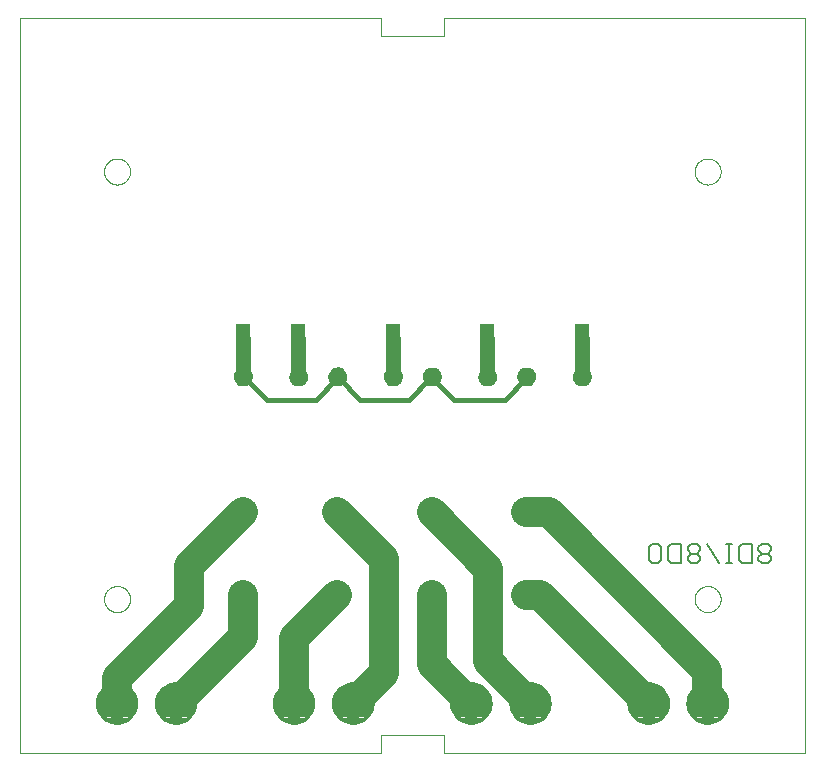
<source format=gbl>
G75*
%MOIN*%
%OFA0B0*%
%FSLAX25Y25*%
%IPPOS*%
%LPD*%
%AMOC8*
5,1,8,0,0,1.08239X$1,22.5*
%
%ADD10C,0.00000*%
%ADD11C,0.00700*%
%ADD12C,0.04800*%
%ADD13C,0.05250*%
%ADD14C,0.05315*%
%ADD15R,0.05000X0.10000*%
%ADD16C,0.07677*%
%ADD17C,0.01000*%
%ADD18C,0.01600*%
%ADD19C,0.05000*%
%ADD20C,0.10000*%
%ADD21C,0.01378*%
D10*
X0001000Y0010394D02*
X0001000Y0255276D01*
X0121472Y0255276D01*
X0121472Y0249370D01*
X0142339Y0249370D01*
X0142339Y0255276D01*
X0262811Y0255276D01*
X0262811Y0010394D01*
X0142339Y0010394D01*
X0142339Y0016299D01*
X0121472Y0016299D01*
X0121472Y0010394D01*
X0001000Y0010394D01*
X0029149Y0061575D02*
X0029151Y0061706D01*
X0029157Y0061838D01*
X0029167Y0061969D01*
X0029181Y0062100D01*
X0029199Y0062230D01*
X0029221Y0062359D01*
X0029246Y0062488D01*
X0029276Y0062616D01*
X0029310Y0062743D01*
X0029347Y0062870D01*
X0029388Y0062994D01*
X0029433Y0063118D01*
X0029482Y0063240D01*
X0029534Y0063361D01*
X0029590Y0063479D01*
X0029650Y0063597D01*
X0029713Y0063712D01*
X0029780Y0063825D01*
X0029850Y0063937D01*
X0029923Y0064046D01*
X0029999Y0064152D01*
X0030079Y0064257D01*
X0030162Y0064359D01*
X0030248Y0064458D01*
X0030337Y0064555D01*
X0030429Y0064649D01*
X0030524Y0064740D01*
X0030621Y0064829D01*
X0030721Y0064914D01*
X0030824Y0064996D01*
X0030929Y0065075D01*
X0031036Y0065151D01*
X0031146Y0065223D01*
X0031258Y0065292D01*
X0031372Y0065358D01*
X0031487Y0065420D01*
X0031605Y0065479D01*
X0031724Y0065534D01*
X0031845Y0065586D01*
X0031968Y0065633D01*
X0032092Y0065677D01*
X0032217Y0065718D01*
X0032343Y0065754D01*
X0032471Y0065787D01*
X0032599Y0065815D01*
X0032728Y0065840D01*
X0032858Y0065861D01*
X0032988Y0065878D01*
X0033119Y0065891D01*
X0033250Y0065900D01*
X0033381Y0065905D01*
X0033513Y0065906D01*
X0033644Y0065903D01*
X0033776Y0065896D01*
X0033907Y0065885D01*
X0034037Y0065870D01*
X0034167Y0065851D01*
X0034297Y0065828D01*
X0034425Y0065802D01*
X0034553Y0065771D01*
X0034680Y0065736D01*
X0034806Y0065698D01*
X0034930Y0065656D01*
X0035054Y0065610D01*
X0035175Y0065560D01*
X0035295Y0065507D01*
X0035414Y0065450D01*
X0035531Y0065390D01*
X0035645Y0065326D01*
X0035758Y0065258D01*
X0035869Y0065187D01*
X0035978Y0065113D01*
X0036084Y0065036D01*
X0036188Y0064955D01*
X0036289Y0064872D01*
X0036388Y0064785D01*
X0036484Y0064695D01*
X0036577Y0064602D01*
X0036668Y0064507D01*
X0036755Y0064409D01*
X0036840Y0064308D01*
X0036921Y0064205D01*
X0036999Y0064099D01*
X0037074Y0063991D01*
X0037146Y0063881D01*
X0037214Y0063769D01*
X0037279Y0063655D01*
X0037340Y0063538D01*
X0037398Y0063420D01*
X0037452Y0063300D01*
X0037503Y0063179D01*
X0037550Y0063056D01*
X0037593Y0062932D01*
X0037632Y0062807D01*
X0037668Y0062680D01*
X0037699Y0062552D01*
X0037727Y0062424D01*
X0037751Y0062295D01*
X0037771Y0062165D01*
X0037787Y0062034D01*
X0037799Y0061903D01*
X0037807Y0061772D01*
X0037811Y0061641D01*
X0037811Y0061509D01*
X0037807Y0061378D01*
X0037799Y0061247D01*
X0037787Y0061116D01*
X0037771Y0060985D01*
X0037751Y0060855D01*
X0037727Y0060726D01*
X0037699Y0060598D01*
X0037668Y0060470D01*
X0037632Y0060343D01*
X0037593Y0060218D01*
X0037550Y0060094D01*
X0037503Y0059971D01*
X0037452Y0059850D01*
X0037398Y0059730D01*
X0037340Y0059612D01*
X0037279Y0059495D01*
X0037214Y0059381D01*
X0037146Y0059269D01*
X0037074Y0059159D01*
X0036999Y0059051D01*
X0036921Y0058945D01*
X0036840Y0058842D01*
X0036755Y0058741D01*
X0036668Y0058643D01*
X0036577Y0058548D01*
X0036484Y0058455D01*
X0036388Y0058365D01*
X0036289Y0058278D01*
X0036188Y0058195D01*
X0036084Y0058114D01*
X0035978Y0058037D01*
X0035869Y0057963D01*
X0035758Y0057892D01*
X0035646Y0057824D01*
X0035531Y0057760D01*
X0035414Y0057700D01*
X0035295Y0057643D01*
X0035175Y0057590D01*
X0035054Y0057540D01*
X0034930Y0057494D01*
X0034806Y0057452D01*
X0034680Y0057414D01*
X0034553Y0057379D01*
X0034425Y0057348D01*
X0034297Y0057322D01*
X0034167Y0057299D01*
X0034037Y0057280D01*
X0033907Y0057265D01*
X0033776Y0057254D01*
X0033644Y0057247D01*
X0033513Y0057244D01*
X0033381Y0057245D01*
X0033250Y0057250D01*
X0033119Y0057259D01*
X0032988Y0057272D01*
X0032858Y0057289D01*
X0032728Y0057310D01*
X0032599Y0057335D01*
X0032471Y0057363D01*
X0032343Y0057396D01*
X0032217Y0057432D01*
X0032092Y0057473D01*
X0031968Y0057517D01*
X0031845Y0057564D01*
X0031724Y0057616D01*
X0031605Y0057671D01*
X0031487Y0057730D01*
X0031372Y0057792D01*
X0031258Y0057858D01*
X0031146Y0057927D01*
X0031036Y0057999D01*
X0030929Y0058075D01*
X0030824Y0058154D01*
X0030721Y0058236D01*
X0030621Y0058321D01*
X0030524Y0058410D01*
X0030429Y0058501D01*
X0030337Y0058595D01*
X0030248Y0058692D01*
X0030162Y0058791D01*
X0030079Y0058893D01*
X0029999Y0058998D01*
X0029923Y0059104D01*
X0029850Y0059213D01*
X0029780Y0059325D01*
X0029713Y0059438D01*
X0029650Y0059553D01*
X0029590Y0059671D01*
X0029534Y0059789D01*
X0029482Y0059910D01*
X0029433Y0060032D01*
X0029388Y0060156D01*
X0029347Y0060280D01*
X0029310Y0060407D01*
X0029276Y0060534D01*
X0029246Y0060662D01*
X0029221Y0060791D01*
X0029199Y0060920D01*
X0029181Y0061050D01*
X0029167Y0061181D01*
X0029157Y0061312D01*
X0029151Y0061444D01*
X0029149Y0061575D01*
X0029149Y0204094D02*
X0029151Y0204225D01*
X0029157Y0204357D01*
X0029167Y0204488D01*
X0029181Y0204619D01*
X0029199Y0204749D01*
X0029221Y0204878D01*
X0029246Y0205007D01*
X0029276Y0205135D01*
X0029310Y0205262D01*
X0029347Y0205389D01*
X0029388Y0205513D01*
X0029433Y0205637D01*
X0029482Y0205759D01*
X0029534Y0205880D01*
X0029590Y0205998D01*
X0029650Y0206116D01*
X0029713Y0206231D01*
X0029780Y0206344D01*
X0029850Y0206456D01*
X0029923Y0206565D01*
X0029999Y0206671D01*
X0030079Y0206776D01*
X0030162Y0206878D01*
X0030248Y0206977D01*
X0030337Y0207074D01*
X0030429Y0207168D01*
X0030524Y0207259D01*
X0030621Y0207348D01*
X0030721Y0207433D01*
X0030824Y0207515D01*
X0030929Y0207594D01*
X0031036Y0207670D01*
X0031146Y0207742D01*
X0031258Y0207811D01*
X0031372Y0207877D01*
X0031487Y0207939D01*
X0031605Y0207998D01*
X0031724Y0208053D01*
X0031845Y0208105D01*
X0031968Y0208152D01*
X0032092Y0208196D01*
X0032217Y0208237D01*
X0032343Y0208273D01*
X0032471Y0208306D01*
X0032599Y0208334D01*
X0032728Y0208359D01*
X0032858Y0208380D01*
X0032988Y0208397D01*
X0033119Y0208410D01*
X0033250Y0208419D01*
X0033381Y0208424D01*
X0033513Y0208425D01*
X0033644Y0208422D01*
X0033776Y0208415D01*
X0033907Y0208404D01*
X0034037Y0208389D01*
X0034167Y0208370D01*
X0034297Y0208347D01*
X0034425Y0208321D01*
X0034553Y0208290D01*
X0034680Y0208255D01*
X0034806Y0208217D01*
X0034930Y0208175D01*
X0035054Y0208129D01*
X0035175Y0208079D01*
X0035295Y0208026D01*
X0035414Y0207969D01*
X0035531Y0207909D01*
X0035645Y0207845D01*
X0035758Y0207777D01*
X0035869Y0207706D01*
X0035978Y0207632D01*
X0036084Y0207555D01*
X0036188Y0207474D01*
X0036289Y0207391D01*
X0036388Y0207304D01*
X0036484Y0207214D01*
X0036577Y0207121D01*
X0036668Y0207026D01*
X0036755Y0206928D01*
X0036840Y0206827D01*
X0036921Y0206724D01*
X0036999Y0206618D01*
X0037074Y0206510D01*
X0037146Y0206400D01*
X0037214Y0206288D01*
X0037279Y0206174D01*
X0037340Y0206057D01*
X0037398Y0205939D01*
X0037452Y0205819D01*
X0037503Y0205698D01*
X0037550Y0205575D01*
X0037593Y0205451D01*
X0037632Y0205326D01*
X0037668Y0205199D01*
X0037699Y0205071D01*
X0037727Y0204943D01*
X0037751Y0204814D01*
X0037771Y0204684D01*
X0037787Y0204553D01*
X0037799Y0204422D01*
X0037807Y0204291D01*
X0037811Y0204160D01*
X0037811Y0204028D01*
X0037807Y0203897D01*
X0037799Y0203766D01*
X0037787Y0203635D01*
X0037771Y0203504D01*
X0037751Y0203374D01*
X0037727Y0203245D01*
X0037699Y0203117D01*
X0037668Y0202989D01*
X0037632Y0202862D01*
X0037593Y0202737D01*
X0037550Y0202613D01*
X0037503Y0202490D01*
X0037452Y0202369D01*
X0037398Y0202249D01*
X0037340Y0202131D01*
X0037279Y0202014D01*
X0037214Y0201900D01*
X0037146Y0201788D01*
X0037074Y0201678D01*
X0036999Y0201570D01*
X0036921Y0201464D01*
X0036840Y0201361D01*
X0036755Y0201260D01*
X0036668Y0201162D01*
X0036577Y0201067D01*
X0036484Y0200974D01*
X0036388Y0200884D01*
X0036289Y0200797D01*
X0036188Y0200714D01*
X0036084Y0200633D01*
X0035978Y0200556D01*
X0035869Y0200482D01*
X0035758Y0200411D01*
X0035646Y0200343D01*
X0035531Y0200279D01*
X0035414Y0200219D01*
X0035295Y0200162D01*
X0035175Y0200109D01*
X0035054Y0200059D01*
X0034930Y0200013D01*
X0034806Y0199971D01*
X0034680Y0199933D01*
X0034553Y0199898D01*
X0034425Y0199867D01*
X0034297Y0199841D01*
X0034167Y0199818D01*
X0034037Y0199799D01*
X0033907Y0199784D01*
X0033776Y0199773D01*
X0033644Y0199766D01*
X0033513Y0199763D01*
X0033381Y0199764D01*
X0033250Y0199769D01*
X0033119Y0199778D01*
X0032988Y0199791D01*
X0032858Y0199808D01*
X0032728Y0199829D01*
X0032599Y0199854D01*
X0032471Y0199882D01*
X0032343Y0199915D01*
X0032217Y0199951D01*
X0032092Y0199992D01*
X0031968Y0200036D01*
X0031845Y0200083D01*
X0031724Y0200135D01*
X0031605Y0200190D01*
X0031487Y0200249D01*
X0031372Y0200311D01*
X0031258Y0200377D01*
X0031146Y0200446D01*
X0031036Y0200518D01*
X0030929Y0200594D01*
X0030824Y0200673D01*
X0030721Y0200755D01*
X0030621Y0200840D01*
X0030524Y0200929D01*
X0030429Y0201020D01*
X0030337Y0201114D01*
X0030248Y0201211D01*
X0030162Y0201310D01*
X0030079Y0201412D01*
X0029999Y0201517D01*
X0029923Y0201623D01*
X0029850Y0201732D01*
X0029780Y0201844D01*
X0029713Y0201957D01*
X0029650Y0202072D01*
X0029590Y0202190D01*
X0029534Y0202308D01*
X0029482Y0202429D01*
X0029433Y0202551D01*
X0029388Y0202675D01*
X0029347Y0202799D01*
X0029310Y0202926D01*
X0029276Y0203053D01*
X0029246Y0203181D01*
X0029221Y0203310D01*
X0029199Y0203439D01*
X0029181Y0203569D01*
X0029167Y0203700D01*
X0029157Y0203831D01*
X0029151Y0203963D01*
X0029149Y0204094D01*
X0226000Y0204094D02*
X0226002Y0204225D01*
X0226008Y0204357D01*
X0226018Y0204488D01*
X0226032Y0204619D01*
X0226050Y0204749D01*
X0226072Y0204878D01*
X0226097Y0205007D01*
X0226127Y0205135D01*
X0226161Y0205262D01*
X0226198Y0205389D01*
X0226239Y0205513D01*
X0226284Y0205637D01*
X0226333Y0205759D01*
X0226385Y0205880D01*
X0226441Y0205998D01*
X0226501Y0206116D01*
X0226564Y0206231D01*
X0226631Y0206344D01*
X0226701Y0206456D01*
X0226774Y0206565D01*
X0226850Y0206671D01*
X0226930Y0206776D01*
X0227013Y0206878D01*
X0227099Y0206977D01*
X0227188Y0207074D01*
X0227280Y0207168D01*
X0227375Y0207259D01*
X0227472Y0207348D01*
X0227572Y0207433D01*
X0227675Y0207515D01*
X0227780Y0207594D01*
X0227887Y0207670D01*
X0227997Y0207742D01*
X0228109Y0207811D01*
X0228223Y0207877D01*
X0228338Y0207939D01*
X0228456Y0207998D01*
X0228575Y0208053D01*
X0228696Y0208105D01*
X0228819Y0208152D01*
X0228943Y0208196D01*
X0229068Y0208237D01*
X0229194Y0208273D01*
X0229322Y0208306D01*
X0229450Y0208334D01*
X0229579Y0208359D01*
X0229709Y0208380D01*
X0229839Y0208397D01*
X0229970Y0208410D01*
X0230101Y0208419D01*
X0230232Y0208424D01*
X0230364Y0208425D01*
X0230495Y0208422D01*
X0230627Y0208415D01*
X0230758Y0208404D01*
X0230888Y0208389D01*
X0231018Y0208370D01*
X0231148Y0208347D01*
X0231276Y0208321D01*
X0231404Y0208290D01*
X0231531Y0208255D01*
X0231657Y0208217D01*
X0231781Y0208175D01*
X0231905Y0208129D01*
X0232026Y0208079D01*
X0232146Y0208026D01*
X0232265Y0207969D01*
X0232382Y0207909D01*
X0232496Y0207845D01*
X0232609Y0207777D01*
X0232720Y0207706D01*
X0232829Y0207632D01*
X0232935Y0207555D01*
X0233039Y0207474D01*
X0233140Y0207391D01*
X0233239Y0207304D01*
X0233335Y0207214D01*
X0233428Y0207121D01*
X0233519Y0207026D01*
X0233606Y0206928D01*
X0233691Y0206827D01*
X0233772Y0206724D01*
X0233850Y0206618D01*
X0233925Y0206510D01*
X0233997Y0206400D01*
X0234065Y0206288D01*
X0234130Y0206174D01*
X0234191Y0206057D01*
X0234249Y0205939D01*
X0234303Y0205819D01*
X0234354Y0205698D01*
X0234401Y0205575D01*
X0234444Y0205451D01*
X0234483Y0205326D01*
X0234519Y0205199D01*
X0234550Y0205071D01*
X0234578Y0204943D01*
X0234602Y0204814D01*
X0234622Y0204684D01*
X0234638Y0204553D01*
X0234650Y0204422D01*
X0234658Y0204291D01*
X0234662Y0204160D01*
X0234662Y0204028D01*
X0234658Y0203897D01*
X0234650Y0203766D01*
X0234638Y0203635D01*
X0234622Y0203504D01*
X0234602Y0203374D01*
X0234578Y0203245D01*
X0234550Y0203117D01*
X0234519Y0202989D01*
X0234483Y0202862D01*
X0234444Y0202737D01*
X0234401Y0202613D01*
X0234354Y0202490D01*
X0234303Y0202369D01*
X0234249Y0202249D01*
X0234191Y0202131D01*
X0234130Y0202014D01*
X0234065Y0201900D01*
X0233997Y0201788D01*
X0233925Y0201678D01*
X0233850Y0201570D01*
X0233772Y0201464D01*
X0233691Y0201361D01*
X0233606Y0201260D01*
X0233519Y0201162D01*
X0233428Y0201067D01*
X0233335Y0200974D01*
X0233239Y0200884D01*
X0233140Y0200797D01*
X0233039Y0200714D01*
X0232935Y0200633D01*
X0232829Y0200556D01*
X0232720Y0200482D01*
X0232609Y0200411D01*
X0232497Y0200343D01*
X0232382Y0200279D01*
X0232265Y0200219D01*
X0232146Y0200162D01*
X0232026Y0200109D01*
X0231905Y0200059D01*
X0231781Y0200013D01*
X0231657Y0199971D01*
X0231531Y0199933D01*
X0231404Y0199898D01*
X0231276Y0199867D01*
X0231148Y0199841D01*
X0231018Y0199818D01*
X0230888Y0199799D01*
X0230758Y0199784D01*
X0230627Y0199773D01*
X0230495Y0199766D01*
X0230364Y0199763D01*
X0230232Y0199764D01*
X0230101Y0199769D01*
X0229970Y0199778D01*
X0229839Y0199791D01*
X0229709Y0199808D01*
X0229579Y0199829D01*
X0229450Y0199854D01*
X0229322Y0199882D01*
X0229194Y0199915D01*
X0229068Y0199951D01*
X0228943Y0199992D01*
X0228819Y0200036D01*
X0228696Y0200083D01*
X0228575Y0200135D01*
X0228456Y0200190D01*
X0228338Y0200249D01*
X0228223Y0200311D01*
X0228109Y0200377D01*
X0227997Y0200446D01*
X0227887Y0200518D01*
X0227780Y0200594D01*
X0227675Y0200673D01*
X0227572Y0200755D01*
X0227472Y0200840D01*
X0227375Y0200929D01*
X0227280Y0201020D01*
X0227188Y0201114D01*
X0227099Y0201211D01*
X0227013Y0201310D01*
X0226930Y0201412D01*
X0226850Y0201517D01*
X0226774Y0201623D01*
X0226701Y0201732D01*
X0226631Y0201844D01*
X0226564Y0201957D01*
X0226501Y0202072D01*
X0226441Y0202190D01*
X0226385Y0202308D01*
X0226333Y0202429D01*
X0226284Y0202551D01*
X0226239Y0202675D01*
X0226198Y0202799D01*
X0226161Y0202926D01*
X0226127Y0203053D01*
X0226097Y0203181D01*
X0226072Y0203310D01*
X0226050Y0203439D01*
X0226032Y0203569D01*
X0226018Y0203700D01*
X0226008Y0203831D01*
X0226002Y0203963D01*
X0226000Y0204094D01*
X0226000Y0061575D02*
X0226002Y0061706D01*
X0226008Y0061838D01*
X0226018Y0061969D01*
X0226032Y0062100D01*
X0226050Y0062230D01*
X0226072Y0062359D01*
X0226097Y0062488D01*
X0226127Y0062616D01*
X0226161Y0062743D01*
X0226198Y0062870D01*
X0226239Y0062994D01*
X0226284Y0063118D01*
X0226333Y0063240D01*
X0226385Y0063361D01*
X0226441Y0063479D01*
X0226501Y0063597D01*
X0226564Y0063712D01*
X0226631Y0063825D01*
X0226701Y0063937D01*
X0226774Y0064046D01*
X0226850Y0064152D01*
X0226930Y0064257D01*
X0227013Y0064359D01*
X0227099Y0064458D01*
X0227188Y0064555D01*
X0227280Y0064649D01*
X0227375Y0064740D01*
X0227472Y0064829D01*
X0227572Y0064914D01*
X0227675Y0064996D01*
X0227780Y0065075D01*
X0227887Y0065151D01*
X0227997Y0065223D01*
X0228109Y0065292D01*
X0228223Y0065358D01*
X0228338Y0065420D01*
X0228456Y0065479D01*
X0228575Y0065534D01*
X0228696Y0065586D01*
X0228819Y0065633D01*
X0228943Y0065677D01*
X0229068Y0065718D01*
X0229194Y0065754D01*
X0229322Y0065787D01*
X0229450Y0065815D01*
X0229579Y0065840D01*
X0229709Y0065861D01*
X0229839Y0065878D01*
X0229970Y0065891D01*
X0230101Y0065900D01*
X0230232Y0065905D01*
X0230364Y0065906D01*
X0230495Y0065903D01*
X0230627Y0065896D01*
X0230758Y0065885D01*
X0230888Y0065870D01*
X0231018Y0065851D01*
X0231148Y0065828D01*
X0231276Y0065802D01*
X0231404Y0065771D01*
X0231531Y0065736D01*
X0231657Y0065698D01*
X0231781Y0065656D01*
X0231905Y0065610D01*
X0232026Y0065560D01*
X0232146Y0065507D01*
X0232265Y0065450D01*
X0232382Y0065390D01*
X0232496Y0065326D01*
X0232609Y0065258D01*
X0232720Y0065187D01*
X0232829Y0065113D01*
X0232935Y0065036D01*
X0233039Y0064955D01*
X0233140Y0064872D01*
X0233239Y0064785D01*
X0233335Y0064695D01*
X0233428Y0064602D01*
X0233519Y0064507D01*
X0233606Y0064409D01*
X0233691Y0064308D01*
X0233772Y0064205D01*
X0233850Y0064099D01*
X0233925Y0063991D01*
X0233997Y0063881D01*
X0234065Y0063769D01*
X0234130Y0063655D01*
X0234191Y0063538D01*
X0234249Y0063420D01*
X0234303Y0063300D01*
X0234354Y0063179D01*
X0234401Y0063056D01*
X0234444Y0062932D01*
X0234483Y0062807D01*
X0234519Y0062680D01*
X0234550Y0062552D01*
X0234578Y0062424D01*
X0234602Y0062295D01*
X0234622Y0062165D01*
X0234638Y0062034D01*
X0234650Y0061903D01*
X0234658Y0061772D01*
X0234662Y0061641D01*
X0234662Y0061509D01*
X0234658Y0061378D01*
X0234650Y0061247D01*
X0234638Y0061116D01*
X0234622Y0060985D01*
X0234602Y0060855D01*
X0234578Y0060726D01*
X0234550Y0060598D01*
X0234519Y0060470D01*
X0234483Y0060343D01*
X0234444Y0060218D01*
X0234401Y0060094D01*
X0234354Y0059971D01*
X0234303Y0059850D01*
X0234249Y0059730D01*
X0234191Y0059612D01*
X0234130Y0059495D01*
X0234065Y0059381D01*
X0233997Y0059269D01*
X0233925Y0059159D01*
X0233850Y0059051D01*
X0233772Y0058945D01*
X0233691Y0058842D01*
X0233606Y0058741D01*
X0233519Y0058643D01*
X0233428Y0058548D01*
X0233335Y0058455D01*
X0233239Y0058365D01*
X0233140Y0058278D01*
X0233039Y0058195D01*
X0232935Y0058114D01*
X0232829Y0058037D01*
X0232720Y0057963D01*
X0232609Y0057892D01*
X0232497Y0057824D01*
X0232382Y0057760D01*
X0232265Y0057700D01*
X0232146Y0057643D01*
X0232026Y0057590D01*
X0231905Y0057540D01*
X0231781Y0057494D01*
X0231657Y0057452D01*
X0231531Y0057414D01*
X0231404Y0057379D01*
X0231276Y0057348D01*
X0231148Y0057322D01*
X0231018Y0057299D01*
X0230888Y0057280D01*
X0230758Y0057265D01*
X0230627Y0057254D01*
X0230495Y0057247D01*
X0230364Y0057244D01*
X0230232Y0057245D01*
X0230101Y0057250D01*
X0229970Y0057259D01*
X0229839Y0057272D01*
X0229709Y0057289D01*
X0229579Y0057310D01*
X0229450Y0057335D01*
X0229322Y0057363D01*
X0229194Y0057396D01*
X0229068Y0057432D01*
X0228943Y0057473D01*
X0228819Y0057517D01*
X0228696Y0057564D01*
X0228575Y0057616D01*
X0228456Y0057671D01*
X0228338Y0057730D01*
X0228223Y0057792D01*
X0228109Y0057858D01*
X0227997Y0057927D01*
X0227887Y0057999D01*
X0227780Y0058075D01*
X0227675Y0058154D01*
X0227572Y0058236D01*
X0227472Y0058321D01*
X0227375Y0058410D01*
X0227280Y0058501D01*
X0227188Y0058595D01*
X0227099Y0058692D01*
X0227013Y0058791D01*
X0226930Y0058893D01*
X0226850Y0058998D01*
X0226774Y0059104D01*
X0226701Y0059213D01*
X0226631Y0059325D01*
X0226564Y0059438D01*
X0226501Y0059553D01*
X0226441Y0059671D01*
X0226385Y0059789D01*
X0226333Y0059910D01*
X0226284Y0060032D01*
X0226239Y0060156D01*
X0226198Y0060280D01*
X0226161Y0060407D01*
X0226127Y0060534D01*
X0226097Y0060662D01*
X0226072Y0060791D01*
X0226050Y0060920D01*
X0226032Y0061050D01*
X0226018Y0061181D01*
X0226008Y0061312D01*
X0226002Y0061444D01*
X0226000Y0061575D01*
D11*
X0226781Y0073582D02*
X0227832Y0074633D01*
X0227832Y0075684D01*
X0226781Y0076735D01*
X0224680Y0076735D01*
X0223629Y0075684D01*
X0223629Y0074633D01*
X0224680Y0073582D01*
X0226781Y0073582D01*
X0226781Y0076735D02*
X0227832Y0077786D01*
X0227832Y0078837D01*
X0226781Y0079888D01*
X0224680Y0079888D01*
X0223629Y0078837D01*
X0223629Y0077786D01*
X0224680Y0076735D01*
X0221387Y0079888D02*
X0218234Y0079888D01*
X0217183Y0078837D01*
X0217183Y0074633D01*
X0218234Y0073582D01*
X0221387Y0073582D01*
X0221387Y0079888D01*
X0214941Y0078837D02*
X0214941Y0074633D01*
X0213890Y0073582D01*
X0211789Y0073582D01*
X0210738Y0074633D01*
X0210738Y0078837D01*
X0211789Y0079888D01*
X0213890Y0079888D01*
X0214941Y0078837D01*
X0230074Y0079888D02*
X0234278Y0073582D01*
X0236473Y0073582D02*
X0238575Y0073582D01*
X0237524Y0073582D02*
X0237524Y0079888D01*
X0238575Y0079888D02*
X0236473Y0079888D01*
X0240817Y0078837D02*
X0240817Y0074633D01*
X0241868Y0073582D01*
X0245020Y0073582D01*
X0245020Y0079888D01*
X0241868Y0079888D01*
X0240817Y0078837D01*
X0247262Y0078837D02*
X0247262Y0077786D01*
X0248313Y0076735D01*
X0250415Y0076735D01*
X0251466Y0077786D01*
X0251466Y0078837D01*
X0250415Y0079888D01*
X0248313Y0079888D01*
X0247262Y0078837D01*
X0248313Y0076735D02*
X0247262Y0075684D01*
X0247262Y0074633D01*
X0248313Y0073582D01*
X0250415Y0073582D01*
X0251466Y0074633D01*
X0251466Y0075684D01*
X0250415Y0076735D01*
D12*
X0188402Y0135787D03*
X0169898Y0135787D03*
X0156906Y0135787D03*
X0138402Y0135787D03*
X0125409Y0135787D03*
X0106906Y0135787D03*
X0093913Y0135787D03*
X0075409Y0135787D03*
D13*
X0075409Y0090512D03*
X0106906Y0090512D03*
X0138402Y0090512D03*
X0169898Y0090512D03*
D14*
X0169898Y0062953D03*
X0138402Y0062953D03*
X0106906Y0062953D03*
X0075409Y0062953D03*
D15*
X0075409Y0148189D03*
X0093913Y0148189D03*
X0125409Y0148189D03*
X0156906Y0148189D03*
X0188402Y0148189D03*
D16*
X0171276Y0026732D03*
X0151591Y0026732D03*
X0112220Y0026732D03*
X0092535Y0026732D03*
X0053165Y0026732D03*
X0033480Y0026732D03*
X0210646Y0026732D03*
X0230331Y0026732D03*
D17*
X0189577Y0133418D02*
X0189059Y0133226D01*
X0188512Y0133145D01*
X0187960Y0133180D01*
X0187428Y0133328D01*
X0186938Y0133585D01*
X0186512Y0133937D01*
X0186168Y0134370D01*
X0185923Y0134866D01*
X0185785Y0135401D01*
X0185762Y0135954D01*
X0185854Y0136499D01*
X0186058Y0137013D01*
X0186364Y0137473D01*
X0186759Y0137860D01*
X0187226Y0138156D01*
X0187744Y0138349D01*
X0188291Y0138430D01*
X0188843Y0138395D01*
X0189375Y0138246D01*
X0189865Y0137990D01*
X0190291Y0137638D01*
X0190635Y0137204D01*
X0190881Y0136709D01*
X0191018Y0136174D01*
X0191041Y0135621D01*
X0190949Y0135076D01*
X0190745Y0134562D01*
X0190439Y0134101D01*
X0190044Y0133715D01*
X0189577Y0133418D01*
X0188957Y0133211D02*
X0187849Y0133211D01*
X0186296Y0134209D02*
X0190511Y0134209D01*
X0190971Y0135208D02*
X0185835Y0135208D01*
X0185805Y0136206D02*
X0191010Y0136206D01*
X0190635Y0137205D02*
X0186185Y0137205D01*
X0187351Y0138203D02*
X0189458Y0138203D01*
X0172514Y0136174D02*
X0172537Y0135621D01*
X0172445Y0135076D01*
X0172241Y0134562D01*
X0171935Y0134101D01*
X0171540Y0133715D01*
X0171073Y0133418D01*
X0170555Y0133226D01*
X0170008Y0133145D01*
X0169456Y0133180D01*
X0168924Y0133328D01*
X0168434Y0133585D01*
X0168008Y0133937D01*
X0167664Y0134370D01*
X0167419Y0134866D01*
X0167281Y0135401D01*
X0167258Y0135954D01*
X0167350Y0136499D01*
X0167554Y0137013D01*
X0167860Y0137473D01*
X0168255Y0137860D01*
X0168722Y0138156D01*
X0169240Y0138349D01*
X0169787Y0138430D01*
X0170339Y0138395D01*
X0170871Y0138246D01*
X0171361Y0137990D01*
X0171787Y0137638D01*
X0172131Y0137204D01*
X0172377Y0136709D01*
X0172514Y0136174D01*
X0172506Y0136206D02*
X0167301Y0136206D01*
X0167331Y0135208D02*
X0172467Y0135208D01*
X0172007Y0134209D02*
X0167792Y0134209D01*
X0169346Y0133211D02*
X0170453Y0133211D01*
X0169819Y0135197D02*
X0169898Y0135787D01*
X0167681Y0137205D02*
X0172131Y0137205D01*
X0170954Y0138203D02*
X0168847Y0138203D01*
X0159453Y0136499D02*
X0159545Y0135954D01*
X0159522Y0135401D01*
X0159385Y0134866D01*
X0159139Y0134370D01*
X0158795Y0133937D01*
X0158369Y0133585D01*
X0157879Y0133328D01*
X0157347Y0133180D01*
X0156795Y0133145D01*
X0156248Y0133226D01*
X0155730Y0133418D01*
X0155263Y0133715D01*
X0154868Y0134101D01*
X0154562Y0134562D01*
X0154358Y0135076D01*
X0154266Y0135621D01*
X0154289Y0136174D01*
X0154427Y0136709D01*
X0154672Y0137204D01*
X0155016Y0137638D01*
X0155442Y0137990D01*
X0155932Y0138246D01*
X0156464Y0138395D01*
X0157016Y0138430D01*
X0157563Y0138349D01*
X0158081Y0138156D01*
X0158548Y0137860D01*
X0158943Y0137473D01*
X0159249Y0137013D01*
X0159453Y0136499D01*
X0159502Y0136206D02*
X0154297Y0136206D01*
X0154336Y0135208D02*
X0159472Y0135208D01*
X0159011Y0134209D02*
X0154796Y0134209D01*
X0156350Y0133211D02*
X0157458Y0133211D01*
X0156970Y0135787D02*
X0156906Y0135787D01*
X0159122Y0137205D02*
X0154672Y0137205D01*
X0155849Y0138203D02*
X0157956Y0138203D01*
X0141041Y0135954D02*
X0141018Y0135401D01*
X0140881Y0134866D01*
X0140635Y0134370D01*
X0140291Y0133937D01*
X0139865Y0133585D01*
X0139375Y0133328D01*
X0138843Y0133180D01*
X0138291Y0133145D01*
X0137744Y0133226D01*
X0137226Y0133418D01*
X0136759Y0133715D01*
X0136364Y0134101D01*
X0136058Y0134562D01*
X0135854Y0135076D01*
X0135762Y0135621D01*
X0135785Y0136174D01*
X0135923Y0136709D01*
X0136168Y0137204D01*
X0136512Y0137638D01*
X0136938Y0137990D01*
X0137428Y0138246D01*
X0137960Y0138395D01*
X0138512Y0138430D01*
X0139059Y0138349D01*
X0139577Y0138156D01*
X0140044Y0137860D01*
X0140439Y0137473D01*
X0140745Y0137013D01*
X0140949Y0136499D01*
X0141041Y0135954D01*
X0140998Y0136206D02*
X0135793Y0136206D01*
X0135832Y0135208D02*
X0140968Y0135208D01*
X0140507Y0134209D02*
X0136292Y0134209D01*
X0137811Y0135197D02*
X0138402Y0135787D01*
X0138598Y0135197D01*
X0138954Y0133211D02*
X0137846Y0133211D01*
X0136169Y0137205D02*
X0140618Y0137205D01*
X0139452Y0138203D02*
X0137345Y0138203D01*
X0127957Y0136499D02*
X0128049Y0135954D01*
X0128026Y0135401D01*
X0127888Y0134866D01*
X0127643Y0134370D01*
X0127299Y0133937D01*
X0126873Y0133585D01*
X0126383Y0133328D01*
X0125851Y0133180D01*
X0125299Y0133145D01*
X0124752Y0133226D01*
X0124234Y0133418D01*
X0123767Y0133715D01*
X0123372Y0134101D01*
X0123066Y0134562D01*
X0122862Y0135076D01*
X0122770Y0135621D01*
X0122793Y0136174D01*
X0122930Y0136709D01*
X0123176Y0137204D01*
X0123520Y0137638D01*
X0123946Y0137990D01*
X0124436Y0138246D01*
X0124968Y0138395D01*
X0125520Y0138430D01*
X0126067Y0138349D01*
X0126585Y0138156D01*
X0127052Y0137860D01*
X0127447Y0137473D01*
X0127753Y0137013D01*
X0127957Y0136499D01*
X0128006Y0136206D02*
X0122801Y0136206D01*
X0122840Y0135208D02*
X0127976Y0135208D01*
X0127515Y0134209D02*
X0123300Y0134209D01*
X0124854Y0133211D02*
X0125962Y0133211D01*
X0125409Y0135787D02*
X0125388Y0136085D01*
X0124353Y0138203D02*
X0126460Y0138203D01*
X0127626Y0137205D02*
X0123176Y0137205D01*
X0109571Y0135983D02*
X0109554Y0135424D01*
X0109420Y0134882D01*
X0109177Y0134379D01*
X0108835Y0133937D01*
X0108408Y0133576D01*
X0107915Y0133312D01*
X0107379Y0133156D01*
X0106821Y0133116D01*
X0106268Y0133192D01*
X0105742Y0133381D01*
X0105267Y0133675D01*
X0104864Y0134062D01*
X0104550Y0134524D01*
X0104338Y0135042D01*
X0104240Y0135592D01*
X0104257Y0136150D01*
X0104391Y0136693D01*
X0104634Y0137196D01*
X0104976Y0137638D01*
X0105403Y0137998D01*
X0105896Y0138262D01*
X0106432Y0138418D01*
X0106990Y0138459D01*
X0107543Y0138383D01*
X0108069Y0138194D01*
X0108544Y0137899D01*
X0108947Y0137513D01*
X0109261Y0137050D01*
X0109473Y0136533D01*
X0109571Y0135983D01*
X0109531Y0136206D02*
X0104271Y0136206D01*
X0104309Y0135208D02*
X0109501Y0135208D01*
X0109046Y0134209D02*
X0104764Y0134209D01*
X0106215Y0133211D02*
X0107565Y0133211D01*
X0107378Y0135197D02*
X0106906Y0135787D01*
X0106810Y0135197D01*
X0104640Y0137205D02*
X0109157Y0137205D01*
X0108044Y0138203D02*
X0105785Y0138203D01*
X0096461Y0136499D02*
X0096553Y0135954D01*
X0096530Y0135401D01*
X0096392Y0134866D01*
X0096147Y0134370D01*
X0095803Y0133937D01*
X0095377Y0133585D01*
X0094887Y0133328D01*
X0094355Y0133180D01*
X0093803Y0133145D01*
X0093256Y0133226D01*
X0092738Y0133418D01*
X0092271Y0133715D01*
X0091876Y0134101D01*
X0091570Y0134562D01*
X0091366Y0135076D01*
X0091274Y0135621D01*
X0091297Y0136174D01*
X0091434Y0136709D01*
X0091680Y0137204D01*
X0092024Y0137638D01*
X0092450Y0137990D01*
X0092940Y0138246D01*
X0093472Y0138395D01*
X0094024Y0138430D01*
X0094571Y0138349D01*
X0095089Y0138156D01*
X0095556Y0137860D01*
X0095951Y0137473D01*
X0096257Y0137013D01*
X0096461Y0136499D01*
X0096510Y0136206D02*
X0091305Y0136206D01*
X0091344Y0135208D02*
X0096480Y0135208D01*
X0096019Y0134209D02*
X0091804Y0134209D01*
X0093358Y0133211D02*
X0094465Y0133211D01*
X0096130Y0137205D02*
X0091680Y0137205D01*
X0092857Y0138203D02*
X0094964Y0138203D01*
X0078049Y0135954D02*
X0078026Y0135401D01*
X0077888Y0134866D01*
X0077643Y0134370D01*
X0077299Y0133937D01*
X0076873Y0133585D01*
X0076383Y0133328D01*
X0075851Y0133180D01*
X0075299Y0133145D01*
X0074752Y0133226D01*
X0074234Y0133418D01*
X0073767Y0133715D01*
X0073372Y0134101D01*
X0073066Y0134562D01*
X0072862Y0135076D01*
X0072770Y0135621D01*
X0072793Y0136174D01*
X0072930Y0136709D01*
X0073176Y0137204D01*
X0073520Y0137638D01*
X0073946Y0137990D01*
X0074436Y0138246D01*
X0074968Y0138395D01*
X0075520Y0138430D01*
X0076067Y0138349D01*
X0076585Y0138156D01*
X0077052Y0137860D01*
X0077447Y0137473D01*
X0077753Y0137013D01*
X0077957Y0136499D01*
X0078049Y0135954D01*
X0078006Y0136206D02*
X0072801Y0136206D01*
X0072840Y0135208D02*
X0077976Y0135208D01*
X0077515Y0134209D02*
X0073300Y0134209D01*
X0074854Y0133211D02*
X0075962Y0133211D01*
X0076197Y0135157D02*
X0075409Y0135787D01*
X0075422Y0136085D01*
X0076460Y0138203D02*
X0074353Y0138203D01*
X0073176Y0137205D02*
X0077626Y0137205D01*
D18*
X0076197Y0135157D02*
X0083323Y0128031D01*
X0099645Y0128031D01*
X0106810Y0135197D01*
X0107378Y0135197D02*
X0114543Y0128031D01*
X0130646Y0128031D01*
X0137811Y0135197D01*
X0138598Y0135197D02*
X0145764Y0128031D01*
X0162654Y0128031D01*
X0169819Y0135197D01*
D19*
X0156906Y0135787D02*
X0156906Y0148189D01*
X0188402Y0148189D02*
X0188402Y0135787D01*
X0125409Y0136085D02*
X0125409Y0148189D01*
X0125388Y0136085D02*
X0125409Y0136085D01*
X0093913Y0135787D02*
X0093913Y0148189D01*
X0075409Y0148189D02*
X0075409Y0135787D01*
D20*
X0075409Y0090512D02*
X0057470Y0072573D01*
X0057470Y0059365D01*
X0033480Y0035375D01*
X0033480Y0026732D01*
X0053165Y0026732D02*
X0075409Y0048976D01*
X0075409Y0062953D01*
X0092535Y0048583D02*
X0092535Y0026732D01*
X0112220Y0026760D02*
X0112220Y0026732D01*
X0112220Y0026760D02*
X0122409Y0036948D01*
X0122409Y0075009D01*
X0106906Y0090512D01*
X0106906Y0062953D02*
X0092535Y0048583D01*
X0138402Y0039921D02*
X0151591Y0026732D01*
X0157202Y0040794D02*
X0171263Y0026732D01*
X0171276Y0026732D01*
X0157202Y0040794D02*
X0157202Y0071712D01*
X0138402Y0090512D01*
X0138402Y0062953D02*
X0138402Y0039921D01*
X0169898Y0062953D02*
X0174425Y0062953D01*
X0210646Y0026732D01*
X0230267Y0026796D02*
X0230331Y0026732D01*
X0230267Y0026796D02*
X0230267Y0037681D01*
X0177436Y0090512D01*
X0169898Y0090512D01*
D21*
X0170733Y0033118D02*
X0171791Y0033120D01*
X0172836Y0032948D01*
X0173838Y0032607D01*
X0174770Y0032105D01*
X0175606Y0031457D01*
X0176325Y0030679D01*
X0176906Y0029795D01*
X0177333Y0028826D01*
X0177595Y0027801D01*
X0177685Y0026746D01*
X0177599Y0025691D01*
X0177342Y0024664D01*
X0176919Y0023694D01*
X0176341Y0022807D01*
X0175626Y0022026D01*
X0174792Y0021374D01*
X0173862Y0020869D01*
X0172862Y0020523D01*
X0171818Y0020346D01*
X0170760Y0020344D01*
X0169715Y0020516D01*
X0168714Y0020858D01*
X0167782Y0021359D01*
X0166945Y0022008D01*
X0166226Y0022785D01*
X0165646Y0023670D01*
X0165218Y0024638D01*
X0164956Y0025664D01*
X0164867Y0026719D01*
X0164952Y0027774D01*
X0165209Y0028800D01*
X0165633Y0029771D01*
X0166210Y0030658D01*
X0166925Y0031438D01*
X0167759Y0032090D01*
X0168689Y0032596D01*
X0169689Y0032942D01*
X0170733Y0033118D01*
X0168360Y0032417D02*
X0174190Y0032417D01*
X0175991Y0031041D02*
X0166560Y0031041D01*
X0165586Y0029664D02*
X0176963Y0029664D01*
X0177470Y0028288D02*
X0165081Y0028288D01*
X0164882Y0026911D02*
X0177670Y0026911D01*
X0177560Y0025535D02*
X0164989Y0025535D01*
X0165430Y0024158D02*
X0177121Y0024158D01*
X0176319Y0022782D02*
X0166229Y0022782D01*
X0167722Y0021405D02*
X0174832Y0021405D01*
X0157914Y0025691D02*
X0157657Y0024664D01*
X0157234Y0023694D01*
X0156656Y0022807D01*
X0155941Y0022026D01*
X0155107Y0021374D01*
X0154177Y0020869D01*
X0153177Y0020523D01*
X0152133Y0020346D01*
X0151075Y0020344D01*
X0150030Y0020516D01*
X0149029Y0020858D01*
X0148097Y0021359D01*
X0147260Y0022008D01*
X0146541Y0022785D01*
X0145960Y0023670D01*
X0145533Y0024638D01*
X0145271Y0025664D01*
X0145182Y0026719D01*
X0145267Y0027774D01*
X0145524Y0028800D01*
X0145948Y0029771D01*
X0146525Y0030658D01*
X0147240Y0031438D01*
X0148074Y0032090D01*
X0149004Y0032596D01*
X0150004Y0032942D01*
X0151048Y0033118D01*
X0152106Y0033120D01*
X0153151Y0032948D01*
X0154153Y0032607D01*
X0155085Y0032105D01*
X0155921Y0031457D01*
X0156640Y0030679D01*
X0157221Y0029795D01*
X0157648Y0028826D01*
X0157910Y0027801D01*
X0158000Y0026746D01*
X0157914Y0025691D01*
X0157875Y0025535D02*
X0145304Y0025535D01*
X0145197Y0026911D02*
X0157985Y0026911D01*
X0157785Y0028288D02*
X0145396Y0028288D01*
X0145901Y0029664D02*
X0157278Y0029664D01*
X0156306Y0031041D02*
X0146875Y0031041D01*
X0148675Y0032417D02*
X0154505Y0032417D01*
X0157436Y0024158D02*
X0145745Y0024158D01*
X0146544Y0022782D02*
X0156634Y0022782D01*
X0155147Y0021405D02*
X0148037Y0021405D01*
X0118544Y0025691D02*
X0118287Y0024664D01*
X0117863Y0023694D01*
X0117286Y0022807D01*
X0116571Y0022026D01*
X0115737Y0021374D01*
X0114807Y0020869D01*
X0113807Y0020523D01*
X0112763Y0020346D01*
X0111705Y0020344D01*
X0110660Y0020516D01*
X0109658Y0020858D01*
X0108726Y0021359D01*
X0107890Y0022008D01*
X0107171Y0022785D01*
X0106590Y0023670D01*
X0106163Y0024638D01*
X0105901Y0025664D01*
X0105812Y0026719D01*
X0105897Y0027774D01*
X0106154Y0028800D01*
X0106577Y0029771D01*
X0107155Y0030658D01*
X0107870Y0031438D01*
X0108704Y0032090D01*
X0109634Y0032596D01*
X0110634Y0032942D01*
X0111678Y0033118D01*
X0112736Y0033120D01*
X0113781Y0032948D01*
X0114783Y0032607D01*
X0115715Y0032105D01*
X0116551Y0031457D01*
X0117270Y0030679D01*
X0117851Y0029795D01*
X0118278Y0028826D01*
X0118540Y0027801D01*
X0118629Y0026746D01*
X0118544Y0025691D01*
X0118505Y0025535D02*
X0105934Y0025535D01*
X0105827Y0026911D02*
X0118615Y0026911D01*
X0118415Y0028288D02*
X0106026Y0028288D01*
X0106531Y0029664D02*
X0117908Y0029664D01*
X0116936Y0031041D02*
X0107505Y0031041D01*
X0109305Y0032417D02*
X0115135Y0032417D01*
X0118066Y0024158D02*
X0106375Y0024158D01*
X0107174Y0022782D02*
X0117264Y0022782D01*
X0115777Y0021405D02*
X0108667Y0021405D01*
X0098602Y0024664D02*
X0098178Y0023694D01*
X0097601Y0022807D01*
X0096886Y0022026D01*
X0096052Y0021374D01*
X0095122Y0020869D01*
X0094122Y0020523D01*
X0093078Y0020346D01*
X0092020Y0020344D01*
X0090975Y0020516D01*
X0089973Y0020858D01*
X0089041Y0021359D01*
X0088205Y0022008D01*
X0087486Y0022785D01*
X0086905Y0023670D01*
X0086478Y0024638D01*
X0086216Y0025664D01*
X0086126Y0026719D01*
X0086212Y0027774D01*
X0086469Y0028800D01*
X0086892Y0029771D01*
X0087470Y0030658D01*
X0088185Y0031438D01*
X0089019Y0032090D01*
X0089949Y0032596D01*
X0090949Y0032942D01*
X0091993Y0033118D01*
X0093051Y0033120D01*
X0094096Y0032948D01*
X0095097Y0032607D01*
X0096029Y0032105D01*
X0096866Y0031457D01*
X0097585Y0030679D01*
X0098166Y0029795D01*
X0098593Y0028826D01*
X0098855Y0027801D01*
X0098944Y0026746D01*
X0098859Y0025691D01*
X0098602Y0024664D01*
X0098381Y0024158D02*
X0086690Y0024158D01*
X0086249Y0025535D02*
X0098820Y0025535D01*
X0098930Y0026911D02*
X0086142Y0026911D01*
X0086341Y0028288D02*
X0098730Y0028288D01*
X0098223Y0029664D02*
X0086846Y0029664D01*
X0087820Y0031041D02*
X0097251Y0031041D01*
X0095450Y0032417D02*
X0089620Y0032417D01*
X0087489Y0022782D02*
X0097579Y0022782D01*
X0096092Y0021405D02*
X0088982Y0021405D01*
X0059489Y0025691D02*
X0059231Y0024664D01*
X0058808Y0023694D01*
X0058231Y0022807D01*
X0057516Y0022026D01*
X0056682Y0021374D01*
X0055752Y0020869D01*
X0054752Y0020523D01*
X0053708Y0020346D01*
X0052650Y0020344D01*
X0051605Y0020516D01*
X0050603Y0020858D01*
X0049671Y0021359D01*
X0048835Y0022008D01*
X0048116Y0022785D01*
X0047535Y0023670D01*
X0047108Y0024638D01*
X0046846Y0025664D01*
X0046756Y0026719D01*
X0046842Y0027774D01*
X0047099Y0028800D01*
X0047522Y0029771D01*
X0048099Y0030658D01*
X0048815Y0031438D01*
X0049649Y0032090D01*
X0050578Y0032596D01*
X0051579Y0032942D01*
X0052623Y0033118D01*
X0053681Y0033120D01*
X0054726Y0032948D01*
X0055727Y0032607D01*
X0056659Y0032105D01*
X0057496Y0031457D01*
X0058215Y0030679D01*
X0058795Y0029795D01*
X0059223Y0028826D01*
X0059485Y0027801D01*
X0059574Y0026746D01*
X0059489Y0025691D01*
X0059450Y0025535D02*
X0046879Y0025535D01*
X0046772Y0026911D02*
X0059560Y0026911D01*
X0059360Y0028288D02*
X0046971Y0028288D01*
X0047476Y0029664D02*
X0058853Y0029664D01*
X0057881Y0031041D02*
X0048450Y0031041D01*
X0050250Y0032417D02*
X0056080Y0032417D01*
X0059011Y0024158D02*
X0047320Y0024158D01*
X0048119Y0022782D02*
X0058209Y0022782D01*
X0056722Y0021405D02*
X0049612Y0021405D01*
X0039546Y0024664D02*
X0039804Y0025691D01*
X0039889Y0026746D01*
X0039800Y0027801D01*
X0039538Y0028826D01*
X0039110Y0029795D01*
X0038530Y0030679D01*
X0037811Y0031457D01*
X0036974Y0032105D01*
X0036042Y0032607D01*
X0035040Y0032948D01*
X0033996Y0033120D01*
X0032938Y0033118D01*
X0031894Y0032942D01*
X0030893Y0032596D01*
X0029964Y0032090D01*
X0029130Y0031438D01*
X0028414Y0030658D01*
X0027837Y0029771D01*
X0027414Y0028800D01*
X0027157Y0027774D01*
X0027071Y0026719D01*
X0027161Y0025664D01*
X0027423Y0024638D01*
X0027850Y0023670D01*
X0028431Y0022785D01*
X0029150Y0022008D01*
X0029986Y0021359D01*
X0030918Y0020858D01*
X0031920Y0020516D01*
X0032965Y0020344D01*
X0034023Y0020346D01*
X0035067Y0020523D01*
X0036067Y0020869D01*
X0036997Y0021374D01*
X0037831Y0022026D01*
X0038546Y0022807D01*
X0039123Y0023694D01*
X0039546Y0024664D01*
X0039326Y0024158D02*
X0027635Y0024158D01*
X0027194Y0025535D02*
X0039765Y0025535D01*
X0039875Y0026911D02*
X0027087Y0026911D01*
X0027286Y0028288D02*
X0039675Y0028288D01*
X0039168Y0029664D02*
X0027791Y0029664D01*
X0028765Y0031041D02*
X0038196Y0031041D01*
X0036395Y0032417D02*
X0030565Y0032417D01*
X0028434Y0022782D02*
X0038524Y0022782D01*
X0037037Y0021405D02*
X0029927Y0021405D01*
X0204237Y0026719D02*
X0204322Y0027774D01*
X0204580Y0028800D01*
X0205003Y0029771D01*
X0205580Y0030658D01*
X0206295Y0031438D01*
X0207129Y0032090D01*
X0208059Y0032596D01*
X0209059Y0032942D01*
X0210103Y0033118D01*
X0211161Y0033120D01*
X0212206Y0032948D01*
X0213208Y0032607D01*
X0214140Y0032105D01*
X0214976Y0031457D01*
X0215695Y0030679D01*
X0216276Y0029795D01*
X0216703Y0028826D01*
X0216965Y0027801D01*
X0217055Y0026746D01*
X0216969Y0025691D01*
X0216712Y0024664D01*
X0216289Y0023694D01*
X0215712Y0022807D01*
X0214996Y0022026D01*
X0214162Y0021374D01*
X0213233Y0020869D01*
X0212232Y0020523D01*
X0211188Y0020346D01*
X0210130Y0020344D01*
X0209085Y0020516D01*
X0208084Y0020858D01*
X0207152Y0021359D01*
X0206315Y0022008D01*
X0205596Y0022785D01*
X0205016Y0023670D01*
X0204588Y0024638D01*
X0204326Y0025664D01*
X0204237Y0026719D01*
X0204252Y0026911D02*
X0217041Y0026911D01*
X0216930Y0025535D02*
X0204359Y0025535D01*
X0204800Y0024158D02*
X0216491Y0024158D01*
X0215689Y0022782D02*
X0205599Y0022782D01*
X0207092Y0021405D02*
X0214202Y0021405D01*
X0216841Y0028288D02*
X0204451Y0028288D01*
X0204956Y0029664D02*
X0216333Y0029664D01*
X0215361Y0031041D02*
X0205930Y0031041D01*
X0207730Y0032417D02*
X0213560Y0032417D01*
X0224265Y0028800D02*
X0224007Y0027774D01*
X0223922Y0026719D01*
X0224011Y0025664D01*
X0224273Y0024638D01*
X0224701Y0023670D01*
X0225281Y0022785D01*
X0226000Y0022008D01*
X0226837Y0021359D01*
X0227769Y0020858D01*
X0228771Y0020516D01*
X0229815Y0020344D01*
X0230873Y0020346D01*
X0231917Y0020523D01*
X0232918Y0020869D01*
X0233847Y0021374D01*
X0234681Y0022026D01*
X0235397Y0022807D01*
X0235974Y0023694D01*
X0236397Y0024664D01*
X0236655Y0025691D01*
X0236740Y0026746D01*
X0236650Y0027801D01*
X0236388Y0028826D01*
X0235961Y0029795D01*
X0235380Y0030679D01*
X0234661Y0031457D01*
X0233825Y0032105D01*
X0232893Y0032607D01*
X0231891Y0032948D01*
X0230846Y0033120D01*
X0229788Y0033118D01*
X0228744Y0032942D01*
X0227744Y0032596D01*
X0226814Y0032090D01*
X0225980Y0031438D01*
X0225265Y0030658D01*
X0224688Y0029771D01*
X0224265Y0028800D01*
X0224136Y0028288D02*
X0236526Y0028288D01*
X0236726Y0026911D02*
X0223937Y0026911D01*
X0224044Y0025535D02*
X0236615Y0025535D01*
X0236176Y0024158D02*
X0224485Y0024158D01*
X0225284Y0022782D02*
X0235374Y0022782D01*
X0233887Y0021405D02*
X0226777Y0021405D01*
X0224641Y0029664D02*
X0236018Y0029664D01*
X0235046Y0031041D02*
X0225616Y0031041D01*
X0227415Y0032417D02*
X0233245Y0032417D01*
M02*

</source>
